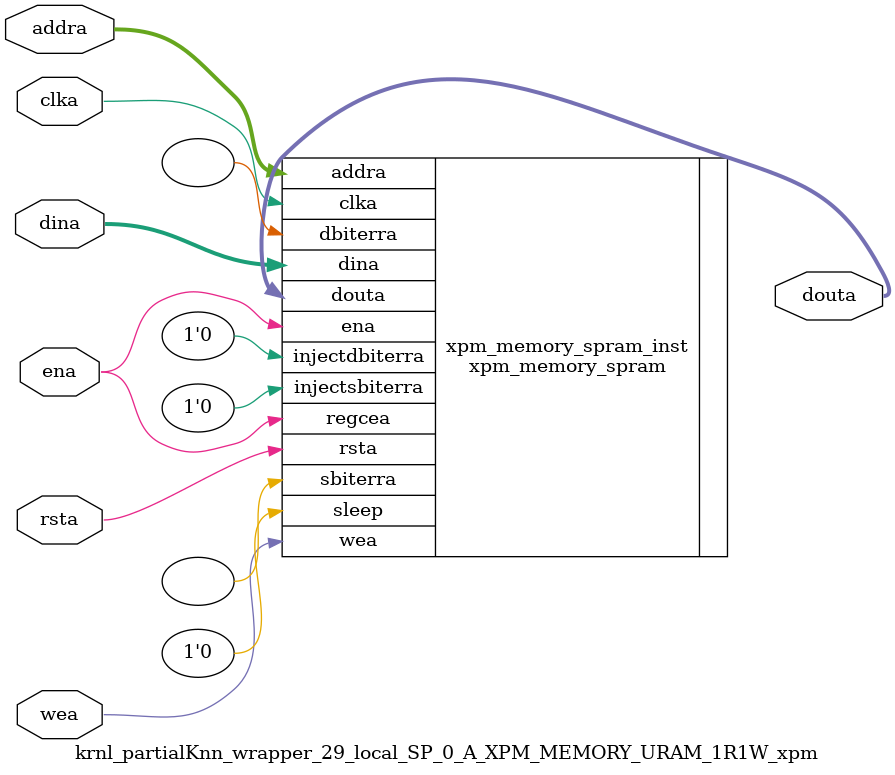
<source format=v>
`timescale 1 ns / 1 ps
module krnl_partialKnn_wrapper_29_local_SP_0_A_XPM_MEMORY_URAM_1R1W_xpm # (
  // Common module parameters
  parameter integer                 MEMORY_SIZE        = 524288,
  parameter                         MEMORY_PRIMITIVE   = "ultra",
  parameter                         ECC_MODE           = "no_ecc",
  parameter                         MEMORY_INIT_FILE   = "none",
  parameter                         WAKEUP_TIME        = "disable_sleep",
  parameter integer                 MESSAGE_CONTROL    = 0,
  // Port A module parameters
  parameter integer                 WRITE_DATA_WIDTH_A = 256,
  parameter integer                 READ_DATA_WIDTH_A  = WRITE_DATA_WIDTH_A,
  parameter integer                 BYTE_WRITE_WIDTH_A = WRITE_DATA_WIDTH_A,
  parameter integer                 ADDR_WIDTH_A       = 11,
  parameter                         READ_RESET_VALUE_A = "0",
  parameter integer                 READ_LATENCY_A     = 1,
  parameter                         WRITE_MODE_A       = "read_first"
) (
  // Port A module ports
  input  wire                                               clka,
  input  wire                                               rsta,
  input  wire                                               ena,
  input  wire [(WRITE_DATA_WIDTH_A/BYTE_WRITE_WIDTH_A)-1:0] wea,
  input  wire [ADDR_WIDTH_A-1:0]                            addra,
  input  wire [WRITE_DATA_WIDTH_A-1:0]                      dina,
  output wire [READ_DATA_WIDTH_A-1:0]                       douta
);
// Set parameter values and connect ports to instantiate an XPM_MEMORY single port RAM configuration
xpm_memory_spram # (
  // Common module parameters
  .MEMORY_SIZE        (MEMORY_SIZE),   //positive integer
  .MEMORY_PRIMITIVE   (MEMORY_PRIMITIVE),      //string; "auto", "distributed", "block" or "ultra";
  .ECC_MODE           (ECC_MODE),      //do not change
  .MEMORY_INIT_FILE   (MEMORY_INIT_FILE), //string; "none" or "<filename>.mem" 
  .MEMORY_INIT_PARAM  (""), //string;
  .WAKEUP_TIME        (WAKEUP_TIME),      //string; "disable_sleep" or "use_sleep_pin"
  .MESSAGE_CONTROL    (MESSAGE_CONTROL),      //do not change
  // Port A module parameters
  .WRITE_DATA_WIDTH_A (WRITE_DATA_WIDTH_A),     //positive integer
  .READ_DATA_WIDTH_A  (READ_DATA_WIDTH_A),     //positive integer
  .BYTE_WRITE_WIDTH_A (BYTE_WRITE_WIDTH_A),     //integer; 8, 9, or WRITE_DATA_WIDTH_A value
  .ADDR_WIDTH_A       (ADDR_WIDTH_A),      //positive integer
  .READ_RESET_VALUE_A (READ_RESET_VALUE_A),  //string
  .READ_LATENCY_A     (READ_LATENCY_A),      //non-negative integer
  .WRITE_MODE_A       (WRITE_MODE_A)       //string; "write_first", "read_first", "no_change"
) xpm_memory_spram_inst (
  // Common module ports
  .sleep          (1'b0),  //do not change
  // Port A module ports
  .clka           (clka),
  .rsta           (rsta),
  .ena            (ena),
  .regcea         (ena),
  .wea            (wea),
  .addra          (addra),
  .dina           (dina),
  .injectsbiterra (1'b0),  //do not change
  .injectdbiterra (1'b0),  //do not change
  .douta          (douta),
  .sbiterra       (),      //do not change
  .dbiterra       ()       //do not change
);
endmodule
</source>
